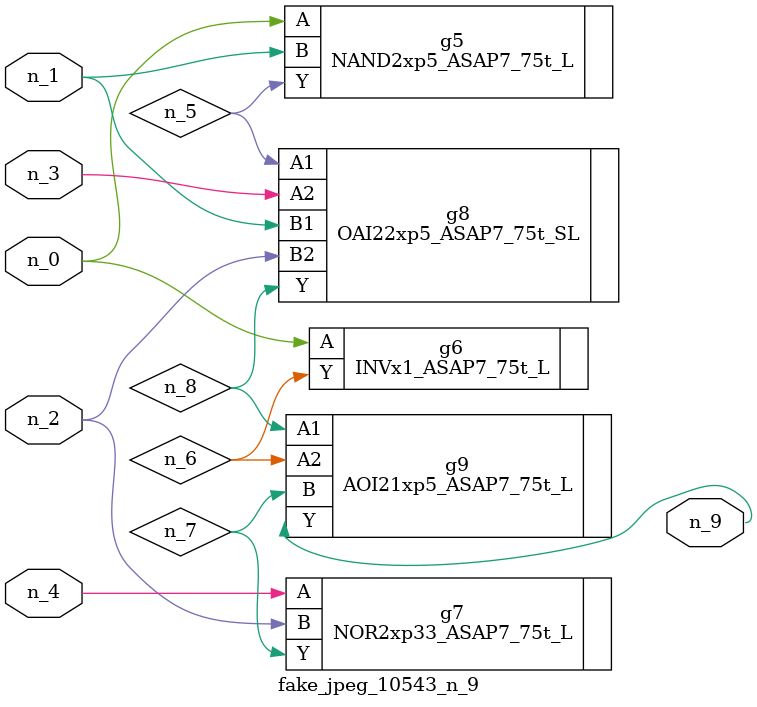
<source format=v>
module fake_jpeg_10543_n_9 (n_3, n_2, n_1, n_0, n_4, n_9);

input n_3;
input n_2;
input n_1;
input n_0;
input n_4;

output n_9;

wire n_8;
wire n_6;
wire n_5;
wire n_7;

NAND2xp5_ASAP7_75t_L g5 ( 
.A(n_0),
.B(n_1),
.Y(n_5)
);

INVx1_ASAP7_75t_L g6 ( 
.A(n_0),
.Y(n_6)
);

NOR2xp33_ASAP7_75t_L g7 ( 
.A(n_4),
.B(n_2),
.Y(n_7)
);

OAI22xp5_ASAP7_75t_SL g8 ( 
.A1(n_5),
.A2(n_3),
.B1(n_1),
.B2(n_2),
.Y(n_8)
);

AOI21xp5_ASAP7_75t_L g9 ( 
.A1(n_8),
.A2(n_6),
.B(n_7),
.Y(n_9)
);


endmodule
</source>
